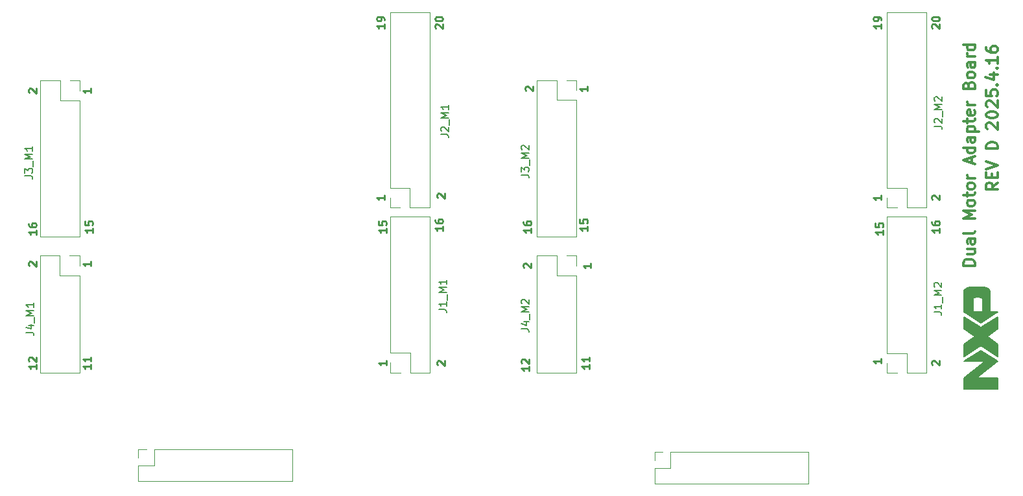
<source format=gbr>
%TF.GenerationSoftware,KiCad,Pcbnew,8.0.8*%
%TF.CreationDate,2025-10-28T14:51:58+08:00*%
%TF.ProjectId,adaptor_dual_LVPMSM,61646170-746f-4725-9f64-75616c5f4c56,rev?*%
%TF.SameCoordinates,Original*%
%TF.FileFunction,Legend,Top*%
%TF.FilePolarity,Positive*%
%FSLAX46Y46*%
G04 Gerber Fmt 4.6, Leading zero omitted, Abs format (unit mm)*
G04 Created by KiCad (PCBNEW 8.0.8) date 2025-10-28 14:51:58*
%MOMM*%
%LPD*%
G01*
G04 APERTURE LIST*
%ADD10C,0.150000*%
%ADD11C,0.250000*%
%ADD12C,0.300000*%
%ADD13C,0.120000*%
G04 APERTURE END LIST*
D10*
X203088800Y-76163400D02*
X203088800Y-74563400D01*
X207488800Y-78163400D02*
X206088800Y-77163400D01*
X205288800Y-75363400D02*
X207488800Y-73963400D01*
X203088800Y-79763400D02*
X203088800Y-78163400D01*
X203088800Y-79763400D02*
X205288800Y-78363400D01*
X204488800Y-77163400D02*
X203088800Y-76163400D01*
X203088800Y-83963400D02*
X207488800Y-83963400D01*
X203088800Y-80363400D02*
X205888800Y-80363400D01*
X203088800Y-71363400D02*
X203088800Y-73963400D01*
X207488800Y-73963400D02*
X206488800Y-73963400D01*
X207488800Y-79763400D02*
X205288800Y-78363400D01*
X206188800Y-70863400D02*
X206388800Y-71063400D01*
X206488800Y-71263400D01*
X206488800Y-71363400D01*
X203088800Y-71363400D01*
X203088800Y-71163400D01*
X203188800Y-70963400D01*
X203288800Y-70863400D01*
X203488800Y-70763400D01*
X203788800Y-70663400D01*
X205788800Y-70663400D01*
X206188800Y-70863400D01*
G36*
X206188800Y-70863400D02*
G01*
X206388800Y-71063400D01*
X206488800Y-71263400D01*
X206488800Y-71363400D01*
X203088800Y-71363400D01*
X203088800Y-71163400D01*
X203188800Y-70963400D01*
X203288800Y-70863400D01*
X203488800Y-70763400D01*
X203788800Y-70663400D01*
X205788800Y-70663400D01*
X206188800Y-70863400D01*
G37*
X207488800Y-79763400D02*
X207488800Y-78163400D01*
X204288800Y-73963400D02*
X205488800Y-73963400D01*
X205488800Y-72163401D01*
X206488800Y-72163401D01*
X206488800Y-73963400D01*
X207488800Y-73963400D01*
X205288800Y-75363400D01*
X203088800Y-73963400D01*
X203088800Y-72163401D01*
X204288800Y-72163400D01*
X204288800Y-73963400D01*
G36*
X204288800Y-73963400D02*
G01*
X205488800Y-73963400D01*
X205488800Y-72163401D01*
X206488800Y-72163401D01*
X206488800Y-73963400D01*
X207488800Y-73963400D01*
X205288800Y-75363400D01*
X203088800Y-73963400D01*
X203088800Y-72163401D01*
X204288800Y-72163400D01*
X204288800Y-73963400D01*
G37*
X207488800Y-76163400D02*
X207488800Y-74563400D01*
X206488800Y-71363400D02*
X206488800Y-73963400D01*
X204288800Y-72163400D02*
X204288800Y-73963400D01*
X203088800Y-80363400D02*
X205288800Y-78963400D01*
X203088800Y-82563400D02*
X205888800Y-80363400D01*
X207488800Y-76163400D02*
X206088800Y-77163400D01*
X207488800Y-78163400D01*
X207488800Y-79763400D01*
X205288800Y-78363400D01*
X203088800Y-79763400D01*
X203088800Y-78163400D01*
X204488800Y-77163400D01*
X203088800Y-76163400D01*
X203088800Y-74563400D01*
X205288800Y-75963400D01*
X207488800Y-74563400D01*
X207488800Y-76163400D01*
G36*
X207488800Y-76163400D02*
G01*
X206088800Y-77163400D01*
X207488800Y-78163400D01*
X207488800Y-79763400D01*
X205288800Y-78363400D01*
X203088800Y-79763400D01*
X203088800Y-78163400D01*
X204488800Y-77163400D01*
X203088800Y-76163400D01*
X203088800Y-74563400D01*
X205288800Y-75963400D01*
X207488800Y-74563400D01*
X207488800Y-76163400D01*
G37*
X207488800Y-80363400D02*
X204688800Y-82563400D01*
X207488800Y-82563400D01*
X207488800Y-83963400D01*
X203088800Y-83963400D01*
X203088800Y-82563400D01*
X205888800Y-80363400D01*
X203088800Y-80363400D01*
X205288800Y-78963400D01*
X207488800Y-80363400D01*
G36*
X207488800Y-80363400D02*
G01*
X204688800Y-82563400D01*
X207488800Y-82563400D01*
X207488800Y-83963400D01*
X203088800Y-83963400D01*
X203088800Y-82563400D01*
X205888800Y-80363400D01*
X203088800Y-80363400D01*
X205288800Y-78963400D01*
X207488800Y-80363400D01*
G37*
X204688800Y-82563400D02*
X207488800Y-80363400D01*
X207488800Y-83963400D02*
X207488800Y-82563400D01*
X207488800Y-82563400D02*
X204688800Y-82563400D01*
X203088800Y-83963400D02*
X203088800Y-82563400D01*
X205288800Y-75963400D02*
X203088800Y-74563400D01*
X204488800Y-77163400D02*
X203088800Y-78163400D01*
X206488800Y-72163401D02*
X205488800Y-72163401D01*
X205288800Y-72063400D01*
X204988800Y-71963400D01*
X204688800Y-71963400D01*
X204388800Y-72063400D01*
X204288800Y-72163400D01*
X203088800Y-72163401D01*
X203088800Y-71363400D01*
X206488800Y-71363400D01*
X206488800Y-72163401D01*
G36*
X206488800Y-72163401D02*
G01*
X205488800Y-72163401D01*
X205288800Y-72063400D01*
X204988800Y-71963400D01*
X204688800Y-71963400D01*
X204388800Y-72063400D01*
X204288800Y-72163400D01*
X203088800Y-72163401D01*
X203088800Y-71363400D01*
X206488800Y-71363400D01*
X206488800Y-72163401D01*
G37*
X205288800Y-75363400D02*
X203088800Y-73963400D01*
X205488800Y-73963400D02*
X204288800Y-73963400D01*
X205488800Y-72163400D02*
X205488800Y-73963400D01*
X206088800Y-77163400D02*
X207488800Y-76163400D01*
X207488800Y-80363400D02*
X205288800Y-78963400D01*
D11*
X80986857Y-67918713D02*
X80939238Y-67871094D01*
X80939238Y-67871094D02*
X80891619Y-67775856D01*
X80891619Y-67775856D02*
X80891619Y-67537761D01*
X80891619Y-67537761D02*
X80939238Y-67442523D01*
X80939238Y-67442523D02*
X80986857Y-67394904D01*
X80986857Y-67394904D02*
X81082095Y-67347285D01*
X81082095Y-67347285D02*
X81177333Y-67347285D01*
X81177333Y-67347285D02*
X81320190Y-67394904D01*
X81320190Y-67394904D02*
X81891619Y-67966332D01*
X81891619Y-67966332D02*
X81891619Y-67347285D01*
X192486619Y-63236476D02*
X192486619Y-63807904D01*
X192486619Y-63522190D02*
X191486619Y-63522190D01*
X191486619Y-63522190D02*
X191629476Y-63617428D01*
X191629476Y-63617428D02*
X191724714Y-63712666D01*
X191724714Y-63712666D02*
X191772333Y-63807904D01*
X191486619Y-62331714D02*
X191486619Y-62807904D01*
X191486619Y-62807904D02*
X191962809Y-62855523D01*
X191962809Y-62855523D02*
X191915190Y-62807904D01*
X191915190Y-62807904D02*
X191867571Y-62712666D01*
X191867571Y-62712666D02*
X191867571Y-62474571D01*
X191867571Y-62474571D02*
X191915190Y-62379333D01*
X191915190Y-62379333D02*
X191962809Y-62331714D01*
X191962809Y-62331714D02*
X192058047Y-62284095D01*
X192058047Y-62284095D02*
X192296142Y-62284095D01*
X192296142Y-62284095D02*
X192391380Y-62331714D01*
X192391380Y-62331714D02*
X192439000Y-62379333D01*
X192439000Y-62379333D02*
X192486619Y-62474571D01*
X192486619Y-62474571D02*
X192486619Y-62712666D01*
X192486619Y-62712666D02*
X192439000Y-62807904D01*
X192439000Y-62807904D02*
X192391380Y-62855523D01*
X81891619Y-63251476D02*
X81891619Y-63822904D01*
X81891619Y-63537190D02*
X80891619Y-63537190D01*
X80891619Y-63537190D02*
X81034476Y-63632428D01*
X81034476Y-63632428D02*
X81129714Y-63727666D01*
X81129714Y-63727666D02*
X81177333Y-63822904D01*
X80891619Y-62394333D02*
X80891619Y-62584809D01*
X80891619Y-62584809D02*
X80939238Y-62680047D01*
X80939238Y-62680047D02*
X80986857Y-62727666D01*
X80986857Y-62727666D02*
X81129714Y-62822904D01*
X81129714Y-62822904D02*
X81320190Y-62870523D01*
X81320190Y-62870523D02*
X81701142Y-62870523D01*
X81701142Y-62870523D02*
X81796380Y-62822904D01*
X81796380Y-62822904D02*
X81844000Y-62775285D01*
X81844000Y-62775285D02*
X81891619Y-62680047D01*
X81891619Y-62680047D02*
X81891619Y-62489571D01*
X81891619Y-62489571D02*
X81844000Y-62394333D01*
X81844000Y-62394333D02*
X81796380Y-62346714D01*
X81796380Y-62346714D02*
X81701142Y-62299095D01*
X81701142Y-62299095D02*
X81463047Y-62299095D01*
X81463047Y-62299095D02*
X81367809Y-62346714D01*
X81367809Y-62346714D02*
X81320190Y-62394333D01*
X81320190Y-62394333D02*
X81272571Y-62489571D01*
X81272571Y-62489571D02*
X81272571Y-62680047D01*
X81272571Y-62680047D02*
X81320190Y-62775285D01*
X81320190Y-62775285D02*
X81367809Y-62822904D01*
X81367809Y-62822904D02*
X81463047Y-62870523D01*
X146512619Y-62982476D02*
X146512619Y-63553904D01*
X146512619Y-63268190D02*
X145512619Y-63268190D01*
X145512619Y-63268190D02*
X145655476Y-63363428D01*
X145655476Y-63363428D02*
X145750714Y-63458666D01*
X145750714Y-63458666D02*
X145798333Y-63553904D01*
X145512619Y-62125333D02*
X145512619Y-62315809D01*
X145512619Y-62315809D02*
X145560238Y-62411047D01*
X145560238Y-62411047D02*
X145607857Y-62458666D01*
X145607857Y-62458666D02*
X145750714Y-62553904D01*
X145750714Y-62553904D02*
X145941190Y-62601523D01*
X145941190Y-62601523D02*
X146322142Y-62601523D01*
X146322142Y-62601523D02*
X146417380Y-62553904D01*
X146417380Y-62553904D02*
X146465000Y-62506285D01*
X146465000Y-62506285D02*
X146512619Y-62411047D01*
X146512619Y-62411047D02*
X146512619Y-62220571D01*
X146512619Y-62220571D02*
X146465000Y-62125333D01*
X146465000Y-62125333D02*
X146417380Y-62077714D01*
X146417380Y-62077714D02*
X146322142Y-62030095D01*
X146322142Y-62030095D02*
X146084047Y-62030095D01*
X146084047Y-62030095D02*
X145988809Y-62077714D01*
X145988809Y-62077714D02*
X145941190Y-62125333D01*
X145941190Y-62125333D02*
X145893571Y-62220571D01*
X145893571Y-62220571D02*
X145893571Y-62411047D01*
X145893571Y-62411047D02*
X145941190Y-62506285D01*
X145941190Y-62506285D02*
X145988809Y-62553904D01*
X145988809Y-62553904D02*
X146084047Y-62601523D01*
X154320619Y-67586285D02*
X154320619Y-68157713D01*
X154320619Y-67871999D02*
X153320619Y-67871999D01*
X153320619Y-67871999D02*
X153463476Y-67967237D01*
X153463476Y-67967237D02*
X153558714Y-68062475D01*
X153558714Y-68062475D02*
X153606333Y-68157713D01*
X89003619Y-80777476D02*
X89003619Y-81348904D01*
X89003619Y-81063190D02*
X88003619Y-81063190D01*
X88003619Y-81063190D02*
X88146476Y-81158428D01*
X88146476Y-81158428D02*
X88241714Y-81253666D01*
X88241714Y-81253666D02*
X88289333Y-81348904D01*
X89003619Y-79825095D02*
X89003619Y-80396523D01*
X89003619Y-80110809D02*
X88003619Y-80110809D01*
X88003619Y-80110809D02*
X88146476Y-80206047D01*
X88146476Y-80206047D02*
X88241714Y-80301285D01*
X88241714Y-80301285D02*
X88289333Y-80396523D01*
X199852619Y-62982476D02*
X199852619Y-63553904D01*
X199852619Y-63268190D02*
X198852619Y-63268190D01*
X198852619Y-63268190D02*
X198995476Y-63363428D01*
X198995476Y-63363428D02*
X199090714Y-63458666D01*
X199090714Y-63458666D02*
X199138333Y-63553904D01*
X198852619Y-62125333D02*
X198852619Y-62315809D01*
X198852619Y-62315809D02*
X198900238Y-62411047D01*
X198900238Y-62411047D02*
X198947857Y-62458666D01*
X198947857Y-62458666D02*
X199090714Y-62553904D01*
X199090714Y-62553904D02*
X199281190Y-62601523D01*
X199281190Y-62601523D02*
X199662142Y-62601523D01*
X199662142Y-62601523D02*
X199757380Y-62553904D01*
X199757380Y-62553904D02*
X199805000Y-62506285D01*
X199805000Y-62506285D02*
X199852619Y-62411047D01*
X199852619Y-62411047D02*
X199852619Y-62220571D01*
X199852619Y-62220571D02*
X199805000Y-62125333D01*
X199805000Y-62125333D02*
X199757380Y-62077714D01*
X199757380Y-62077714D02*
X199662142Y-62030095D01*
X199662142Y-62030095D02*
X199424047Y-62030095D01*
X199424047Y-62030095D02*
X199328809Y-62077714D01*
X199328809Y-62077714D02*
X199281190Y-62125333D01*
X199281190Y-62125333D02*
X199233571Y-62220571D01*
X199233571Y-62220571D02*
X199233571Y-62411047D01*
X199233571Y-62411047D02*
X199281190Y-62506285D01*
X199281190Y-62506285D02*
X199328809Y-62553904D01*
X199328809Y-62553904D02*
X199424047Y-62601523D01*
X134326857Y-80872713D02*
X134279238Y-80825094D01*
X134279238Y-80825094D02*
X134231619Y-80729856D01*
X134231619Y-80729856D02*
X134231619Y-80491761D01*
X134231619Y-80491761D02*
X134279238Y-80396523D01*
X134279238Y-80396523D02*
X134326857Y-80348904D01*
X134326857Y-80348904D02*
X134422095Y-80301285D01*
X134422095Y-80301285D02*
X134517333Y-80301285D01*
X134517333Y-80301285D02*
X134660190Y-80348904D01*
X134660190Y-80348904D02*
X135231619Y-80920332D01*
X135231619Y-80920332D02*
X135231619Y-80301285D01*
X192232619Y-58696285D02*
X192232619Y-59267713D01*
X192232619Y-58981999D02*
X191232619Y-58981999D01*
X191232619Y-58981999D02*
X191375476Y-59077237D01*
X191375476Y-59077237D02*
X191470714Y-59172475D01*
X191470714Y-59172475D02*
X191518333Y-59267713D01*
X89003619Y-67347285D02*
X89003619Y-67918713D01*
X89003619Y-67632999D02*
X88003619Y-67632999D01*
X88003619Y-67632999D02*
X88146476Y-67728237D01*
X88146476Y-67728237D02*
X88241714Y-67823475D01*
X88241714Y-67823475D02*
X88289333Y-67918713D01*
X81891619Y-80777476D02*
X81891619Y-81348904D01*
X81891619Y-81063190D02*
X80891619Y-81063190D01*
X80891619Y-81063190D02*
X81034476Y-81158428D01*
X81034476Y-81158428D02*
X81129714Y-81253666D01*
X81129714Y-81253666D02*
X81177333Y-81348904D01*
X80986857Y-80396523D02*
X80939238Y-80348904D01*
X80939238Y-80348904D02*
X80891619Y-80253666D01*
X80891619Y-80253666D02*
X80891619Y-80015571D01*
X80891619Y-80015571D02*
X80939238Y-79920333D01*
X80939238Y-79920333D02*
X80986857Y-79872714D01*
X80986857Y-79872714D02*
X81082095Y-79825095D01*
X81082095Y-79825095D02*
X81177333Y-79825095D01*
X81177333Y-79825095D02*
X81320190Y-79872714D01*
X81320190Y-79872714D02*
X81891619Y-80444142D01*
X81891619Y-80444142D02*
X81891619Y-79825095D01*
X153878619Y-44472285D02*
X153878619Y-45043713D01*
X153878619Y-44757999D02*
X152878619Y-44757999D01*
X152878619Y-44757999D02*
X153021476Y-44853237D01*
X153021476Y-44853237D02*
X153116714Y-44948475D01*
X153116714Y-44948475D02*
X153164333Y-45043713D01*
X153878619Y-62728476D02*
X153878619Y-63299904D01*
X153878619Y-63014190D02*
X152878619Y-63014190D01*
X152878619Y-63014190D02*
X153021476Y-63109428D01*
X153021476Y-63109428D02*
X153116714Y-63204666D01*
X153116714Y-63204666D02*
X153164333Y-63299904D01*
X152878619Y-61823714D02*
X152878619Y-62299904D01*
X152878619Y-62299904D02*
X153354809Y-62347523D01*
X153354809Y-62347523D02*
X153307190Y-62299904D01*
X153307190Y-62299904D02*
X153259571Y-62204666D01*
X153259571Y-62204666D02*
X153259571Y-61966571D01*
X153259571Y-61966571D02*
X153307190Y-61871333D01*
X153307190Y-61871333D02*
X153354809Y-61823714D01*
X153354809Y-61823714D02*
X153450047Y-61776095D01*
X153450047Y-61776095D02*
X153688142Y-61776095D01*
X153688142Y-61776095D02*
X153783380Y-61823714D01*
X153783380Y-61823714D02*
X153831000Y-61871333D01*
X153831000Y-61871333D02*
X153878619Y-61966571D01*
X153878619Y-61966571D02*
X153878619Y-62204666D01*
X153878619Y-62204666D02*
X153831000Y-62299904D01*
X153831000Y-62299904D02*
X153783380Y-62347523D01*
X198947857Y-80857713D02*
X198900238Y-80810094D01*
X198900238Y-80810094D02*
X198852619Y-80714856D01*
X198852619Y-80714856D02*
X198852619Y-80476761D01*
X198852619Y-80476761D02*
X198900238Y-80381523D01*
X198900238Y-80381523D02*
X198947857Y-80333904D01*
X198947857Y-80333904D02*
X199043095Y-80286285D01*
X199043095Y-80286285D02*
X199138333Y-80286285D01*
X199138333Y-80286285D02*
X199281190Y-80333904D01*
X199281190Y-80333904D02*
X199852619Y-80905332D01*
X199852619Y-80905332D02*
X199852619Y-80286285D01*
D12*
X207467128Y-57051746D02*
X206752842Y-57551746D01*
X207467128Y-57908889D02*
X205967128Y-57908889D01*
X205967128Y-57908889D02*
X205967128Y-57337460D01*
X205967128Y-57337460D02*
X206038557Y-57194603D01*
X206038557Y-57194603D02*
X206109985Y-57123174D01*
X206109985Y-57123174D02*
X206252842Y-57051746D01*
X206252842Y-57051746D02*
X206467128Y-57051746D01*
X206467128Y-57051746D02*
X206609985Y-57123174D01*
X206609985Y-57123174D02*
X206681414Y-57194603D01*
X206681414Y-57194603D02*
X206752842Y-57337460D01*
X206752842Y-57337460D02*
X206752842Y-57908889D01*
X206681414Y-56408889D02*
X206681414Y-55908889D01*
X207467128Y-55694603D02*
X207467128Y-56408889D01*
X207467128Y-56408889D02*
X205967128Y-56408889D01*
X205967128Y-56408889D02*
X205967128Y-55694603D01*
X205967128Y-55266031D02*
X207467128Y-54766031D01*
X207467128Y-54766031D02*
X205967128Y-54266031D01*
X207467128Y-52623175D02*
X205967128Y-52623175D01*
X205967128Y-52623175D02*
X205967128Y-52266032D01*
X205967128Y-52266032D02*
X206038557Y-52051746D01*
X206038557Y-52051746D02*
X206181414Y-51908889D01*
X206181414Y-51908889D02*
X206324271Y-51837460D01*
X206324271Y-51837460D02*
X206609985Y-51766032D01*
X206609985Y-51766032D02*
X206824271Y-51766032D01*
X206824271Y-51766032D02*
X207109985Y-51837460D01*
X207109985Y-51837460D02*
X207252842Y-51908889D01*
X207252842Y-51908889D02*
X207395700Y-52051746D01*
X207395700Y-52051746D02*
X207467128Y-52266032D01*
X207467128Y-52266032D02*
X207467128Y-52623175D01*
X206109985Y-50051746D02*
X206038557Y-49980318D01*
X206038557Y-49980318D02*
X205967128Y-49837461D01*
X205967128Y-49837461D02*
X205967128Y-49480318D01*
X205967128Y-49480318D02*
X206038557Y-49337461D01*
X206038557Y-49337461D02*
X206109985Y-49266032D01*
X206109985Y-49266032D02*
X206252842Y-49194603D01*
X206252842Y-49194603D02*
X206395700Y-49194603D01*
X206395700Y-49194603D02*
X206609985Y-49266032D01*
X206609985Y-49266032D02*
X207467128Y-50123175D01*
X207467128Y-50123175D02*
X207467128Y-49194603D01*
X205967128Y-48266032D02*
X205967128Y-48123175D01*
X205967128Y-48123175D02*
X206038557Y-47980318D01*
X206038557Y-47980318D02*
X206109985Y-47908890D01*
X206109985Y-47908890D02*
X206252842Y-47837461D01*
X206252842Y-47837461D02*
X206538557Y-47766032D01*
X206538557Y-47766032D02*
X206895700Y-47766032D01*
X206895700Y-47766032D02*
X207181414Y-47837461D01*
X207181414Y-47837461D02*
X207324271Y-47908890D01*
X207324271Y-47908890D02*
X207395700Y-47980318D01*
X207395700Y-47980318D02*
X207467128Y-48123175D01*
X207467128Y-48123175D02*
X207467128Y-48266032D01*
X207467128Y-48266032D02*
X207395700Y-48408890D01*
X207395700Y-48408890D02*
X207324271Y-48480318D01*
X207324271Y-48480318D02*
X207181414Y-48551747D01*
X207181414Y-48551747D02*
X206895700Y-48623175D01*
X206895700Y-48623175D02*
X206538557Y-48623175D01*
X206538557Y-48623175D02*
X206252842Y-48551747D01*
X206252842Y-48551747D02*
X206109985Y-48480318D01*
X206109985Y-48480318D02*
X206038557Y-48408890D01*
X206038557Y-48408890D02*
X205967128Y-48266032D01*
X206109985Y-47194604D02*
X206038557Y-47123176D01*
X206038557Y-47123176D02*
X205967128Y-46980319D01*
X205967128Y-46980319D02*
X205967128Y-46623176D01*
X205967128Y-46623176D02*
X206038557Y-46480319D01*
X206038557Y-46480319D02*
X206109985Y-46408890D01*
X206109985Y-46408890D02*
X206252842Y-46337461D01*
X206252842Y-46337461D02*
X206395700Y-46337461D01*
X206395700Y-46337461D02*
X206609985Y-46408890D01*
X206609985Y-46408890D02*
X207467128Y-47266033D01*
X207467128Y-47266033D02*
X207467128Y-46337461D01*
X205967128Y-44980319D02*
X205967128Y-45694605D01*
X205967128Y-45694605D02*
X206681414Y-45766033D01*
X206681414Y-45766033D02*
X206609985Y-45694605D01*
X206609985Y-45694605D02*
X206538557Y-45551748D01*
X206538557Y-45551748D02*
X206538557Y-45194605D01*
X206538557Y-45194605D02*
X206609985Y-45051748D01*
X206609985Y-45051748D02*
X206681414Y-44980319D01*
X206681414Y-44980319D02*
X206824271Y-44908890D01*
X206824271Y-44908890D02*
X207181414Y-44908890D01*
X207181414Y-44908890D02*
X207324271Y-44980319D01*
X207324271Y-44980319D02*
X207395700Y-45051748D01*
X207395700Y-45051748D02*
X207467128Y-45194605D01*
X207467128Y-45194605D02*
X207467128Y-45551748D01*
X207467128Y-45551748D02*
X207395700Y-45694605D01*
X207395700Y-45694605D02*
X207324271Y-45766033D01*
X207324271Y-44266034D02*
X207395700Y-44194605D01*
X207395700Y-44194605D02*
X207467128Y-44266034D01*
X207467128Y-44266034D02*
X207395700Y-44337462D01*
X207395700Y-44337462D02*
X207324271Y-44266034D01*
X207324271Y-44266034D02*
X207467128Y-44266034D01*
X206467128Y-42908891D02*
X207467128Y-42908891D01*
X205895700Y-43266033D02*
X206967128Y-43623176D01*
X206967128Y-43623176D02*
X206967128Y-42694605D01*
X207324271Y-42123177D02*
X207395700Y-42051748D01*
X207395700Y-42051748D02*
X207467128Y-42123177D01*
X207467128Y-42123177D02*
X207395700Y-42194605D01*
X207395700Y-42194605D02*
X207324271Y-42123177D01*
X207324271Y-42123177D02*
X207467128Y-42123177D01*
X207467128Y-40623176D02*
X207467128Y-41480319D01*
X207467128Y-41051748D02*
X205967128Y-41051748D01*
X205967128Y-41051748D02*
X206181414Y-41194605D01*
X206181414Y-41194605D02*
X206324271Y-41337462D01*
X206324271Y-41337462D02*
X206395700Y-41480319D01*
X205967128Y-39337463D02*
X205967128Y-39623177D01*
X205967128Y-39623177D02*
X206038557Y-39766034D01*
X206038557Y-39766034D02*
X206109985Y-39837463D01*
X206109985Y-39837463D02*
X206324271Y-39980320D01*
X206324271Y-39980320D02*
X206609985Y-40051748D01*
X206609985Y-40051748D02*
X207181414Y-40051748D01*
X207181414Y-40051748D02*
X207324271Y-39980320D01*
X207324271Y-39980320D02*
X207395700Y-39908891D01*
X207395700Y-39908891D02*
X207467128Y-39766034D01*
X207467128Y-39766034D02*
X207467128Y-39480320D01*
X207467128Y-39480320D02*
X207395700Y-39337463D01*
X207395700Y-39337463D02*
X207324271Y-39266034D01*
X207324271Y-39266034D02*
X207181414Y-39194605D01*
X207181414Y-39194605D02*
X206824271Y-39194605D01*
X206824271Y-39194605D02*
X206681414Y-39266034D01*
X206681414Y-39266034D02*
X206609985Y-39337463D01*
X206609985Y-39337463D02*
X206538557Y-39480320D01*
X206538557Y-39480320D02*
X206538557Y-39766034D01*
X206538557Y-39766034D02*
X206609985Y-39908891D01*
X206609985Y-39908891D02*
X206681414Y-39980320D01*
X206681414Y-39980320D02*
X206824271Y-40051748D01*
X204467128Y-67891971D02*
X202967128Y-67891971D01*
X202967128Y-67891971D02*
X202967128Y-67534828D01*
X202967128Y-67534828D02*
X203038557Y-67320542D01*
X203038557Y-67320542D02*
X203181414Y-67177685D01*
X203181414Y-67177685D02*
X203324271Y-67106256D01*
X203324271Y-67106256D02*
X203609985Y-67034828D01*
X203609985Y-67034828D02*
X203824271Y-67034828D01*
X203824271Y-67034828D02*
X204109985Y-67106256D01*
X204109985Y-67106256D02*
X204252842Y-67177685D01*
X204252842Y-67177685D02*
X204395700Y-67320542D01*
X204395700Y-67320542D02*
X204467128Y-67534828D01*
X204467128Y-67534828D02*
X204467128Y-67891971D01*
X203467128Y-65749114D02*
X204467128Y-65749114D01*
X203467128Y-66391971D02*
X204252842Y-66391971D01*
X204252842Y-66391971D02*
X204395700Y-66320542D01*
X204395700Y-66320542D02*
X204467128Y-66177685D01*
X204467128Y-66177685D02*
X204467128Y-65963399D01*
X204467128Y-65963399D02*
X204395700Y-65820542D01*
X204395700Y-65820542D02*
X204324271Y-65749114D01*
X204467128Y-64391971D02*
X203681414Y-64391971D01*
X203681414Y-64391971D02*
X203538557Y-64463399D01*
X203538557Y-64463399D02*
X203467128Y-64606256D01*
X203467128Y-64606256D02*
X203467128Y-64891971D01*
X203467128Y-64891971D02*
X203538557Y-65034828D01*
X204395700Y-64391971D02*
X204467128Y-64534828D01*
X204467128Y-64534828D02*
X204467128Y-64891971D01*
X204467128Y-64891971D02*
X204395700Y-65034828D01*
X204395700Y-65034828D02*
X204252842Y-65106256D01*
X204252842Y-65106256D02*
X204109985Y-65106256D01*
X204109985Y-65106256D02*
X203967128Y-65034828D01*
X203967128Y-65034828D02*
X203895700Y-64891971D01*
X203895700Y-64891971D02*
X203895700Y-64534828D01*
X203895700Y-64534828D02*
X203824271Y-64391971D01*
X204467128Y-63463399D02*
X204395700Y-63606256D01*
X204395700Y-63606256D02*
X204252842Y-63677685D01*
X204252842Y-63677685D02*
X202967128Y-63677685D01*
X204467128Y-61749114D02*
X202967128Y-61749114D01*
X202967128Y-61749114D02*
X204038557Y-61249114D01*
X204038557Y-61249114D02*
X202967128Y-60749114D01*
X202967128Y-60749114D02*
X204467128Y-60749114D01*
X204467128Y-59820542D02*
X204395700Y-59963399D01*
X204395700Y-59963399D02*
X204324271Y-60034828D01*
X204324271Y-60034828D02*
X204181414Y-60106256D01*
X204181414Y-60106256D02*
X203752842Y-60106256D01*
X203752842Y-60106256D02*
X203609985Y-60034828D01*
X203609985Y-60034828D02*
X203538557Y-59963399D01*
X203538557Y-59963399D02*
X203467128Y-59820542D01*
X203467128Y-59820542D02*
X203467128Y-59606256D01*
X203467128Y-59606256D02*
X203538557Y-59463399D01*
X203538557Y-59463399D02*
X203609985Y-59391971D01*
X203609985Y-59391971D02*
X203752842Y-59320542D01*
X203752842Y-59320542D02*
X204181414Y-59320542D01*
X204181414Y-59320542D02*
X204324271Y-59391971D01*
X204324271Y-59391971D02*
X204395700Y-59463399D01*
X204395700Y-59463399D02*
X204467128Y-59606256D01*
X204467128Y-59606256D02*
X204467128Y-59820542D01*
X203467128Y-58891970D02*
X203467128Y-58320542D01*
X202967128Y-58677685D02*
X204252842Y-58677685D01*
X204252842Y-58677685D02*
X204395700Y-58606256D01*
X204395700Y-58606256D02*
X204467128Y-58463399D01*
X204467128Y-58463399D02*
X204467128Y-58320542D01*
X204467128Y-57606256D02*
X204395700Y-57749113D01*
X204395700Y-57749113D02*
X204324271Y-57820542D01*
X204324271Y-57820542D02*
X204181414Y-57891970D01*
X204181414Y-57891970D02*
X203752842Y-57891970D01*
X203752842Y-57891970D02*
X203609985Y-57820542D01*
X203609985Y-57820542D02*
X203538557Y-57749113D01*
X203538557Y-57749113D02*
X203467128Y-57606256D01*
X203467128Y-57606256D02*
X203467128Y-57391970D01*
X203467128Y-57391970D02*
X203538557Y-57249113D01*
X203538557Y-57249113D02*
X203609985Y-57177685D01*
X203609985Y-57177685D02*
X203752842Y-57106256D01*
X203752842Y-57106256D02*
X204181414Y-57106256D01*
X204181414Y-57106256D02*
X204324271Y-57177685D01*
X204324271Y-57177685D02*
X204395700Y-57249113D01*
X204395700Y-57249113D02*
X204467128Y-57391970D01*
X204467128Y-57391970D02*
X204467128Y-57606256D01*
X204467128Y-56463399D02*
X203467128Y-56463399D01*
X203752842Y-56463399D02*
X203609985Y-56391970D01*
X203609985Y-56391970D02*
X203538557Y-56320542D01*
X203538557Y-56320542D02*
X203467128Y-56177684D01*
X203467128Y-56177684D02*
X203467128Y-56034827D01*
X204038557Y-54463399D02*
X204038557Y-53749114D01*
X204467128Y-54606256D02*
X202967128Y-54106256D01*
X202967128Y-54106256D02*
X204467128Y-53606256D01*
X204467128Y-52463400D02*
X202967128Y-52463400D01*
X204395700Y-52463400D02*
X204467128Y-52606257D01*
X204467128Y-52606257D02*
X204467128Y-52891971D01*
X204467128Y-52891971D02*
X204395700Y-53034828D01*
X204395700Y-53034828D02*
X204324271Y-53106257D01*
X204324271Y-53106257D02*
X204181414Y-53177685D01*
X204181414Y-53177685D02*
X203752842Y-53177685D01*
X203752842Y-53177685D02*
X203609985Y-53106257D01*
X203609985Y-53106257D02*
X203538557Y-53034828D01*
X203538557Y-53034828D02*
X203467128Y-52891971D01*
X203467128Y-52891971D02*
X203467128Y-52606257D01*
X203467128Y-52606257D02*
X203538557Y-52463400D01*
X204467128Y-51106257D02*
X203681414Y-51106257D01*
X203681414Y-51106257D02*
X203538557Y-51177685D01*
X203538557Y-51177685D02*
X203467128Y-51320542D01*
X203467128Y-51320542D02*
X203467128Y-51606257D01*
X203467128Y-51606257D02*
X203538557Y-51749114D01*
X204395700Y-51106257D02*
X204467128Y-51249114D01*
X204467128Y-51249114D02*
X204467128Y-51606257D01*
X204467128Y-51606257D02*
X204395700Y-51749114D01*
X204395700Y-51749114D02*
X204252842Y-51820542D01*
X204252842Y-51820542D02*
X204109985Y-51820542D01*
X204109985Y-51820542D02*
X203967128Y-51749114D01*
X203967128Y-51749114D02*
X203895700Y-51606257D01*
X203895700Y-51606257D02*
X203895700Y-51249114D01*
X203895700Y-51249114D02*
X203824271Y-51106257D01*
X203467128Y-50391971D02*
X204967128Y-50391971D01*
X203538557Y-50391971D02*
X203467128Y-50249114D01*
X203467128Y-50249114D02*
X203467128Y-49963399D01*
X203467128Y-49963399D02*
X203538557Y-49820542D01*
X203538557Y-49820542D02*
X203609985Y-49749114D01*
X203609985Y-49749114D02*
X203752842Y-49677685D01*
X203752842Y-49677685D02*
X204181414Y-49677685D01*
X204181414Y-49677685D02*
X204324271Y-49749114D01*
X204324271Y-49749114D02*
X204395700Y-49820542D01*
X204395700Y-49820542D02*
X204467128Y-49963399D01*
X204467128Y-49963399D02*
X204467128Y-50249114D01*
X204467128Y-50249114D02*
X204395700Y-50391971D01*
X203467128Y-49249113D02*
X203467128Y-48677685D01*
X202967128Y-49034828D02*
X204252842Y-49034828D01*
X204252842Y-49034828D02*
X204395700Y-48963399D01*
X204395700Y-48963399D02*
X204467128Y-48820542D01*
X204467128Y-48820542D02*
X204467128Y-48677685D01*
X204395700Y-47606256D02*
X204467128Y-47749113D01*
X204467128Y-47749113D02*
X204467128Y-48034828D01*
X204467128Y-48034828D02*
X204395700Y-48177685D01*
X204395700Y-48177685D02*
X204252842Y-48249113D01*
X204252842Y-48249113D02*
X203681414Y-48249113D01*
X203681414Y-48249113D02*
X203538557Y-48177685D01*
X203538557Y-48177685D02*
X203467128Y-48034828D01*
X203467128Y-48034828D02*
X203467128Y-47749113D01*
X203467128Y-47749113D02*
X203538557Y-47606256D01*
X203538557Y-47606256D02*
X203681414Y-47534828D01*
X203681414Y-47534828D02*
X203824271Y-47534828D01*
X203824271Y-47534828D02*
X203967128Y-48249113D01*
X204467128Y-46891971D02*
X203467128Y-46891971D01*
X203752842Y-46891971D02*
X203609985Y-46820542D01*
X203609985Y-46820542D02*
X203538557Y-46749114D01*
X203538557Y-46749114D02*
X203467128Y-46606256D01*
X203467128Y-46606256D02*
X203467128Y-46463399D01*
X203681414Y-44320543D02*
X203752842Y-44106257D01*
X203752842Y-44106257D02*
X203824271Y-44034828D01*
X203824271Y-44034828D02*
X203967128Y-43963400D01*
X203967128Y-43963400D02*
X204181414Y-43963400D01*
X204181414Y-43963400D02*
X204324271Y-44034828D01*
X204324271Y-44034828D02*
X204395700Y-44106257D01*
X204395700Y-44106257D02*
X204467128Y-44249114D01*
X204467128Y-44249114D02*
X204467128Y-44820543D01*
X204467128Y-44820543D02*
X202967128Y-44820543D01*
X202967128Y-44820543D02*
X202967128Y-44320543D01*
X202967128Y-44320543D02*
X203038557Y-44177686D01*
X203038557Y-44177686D02*
X203109985Y-44106257D01*
X203109985Y-44106257D02*
X203252842Y-44034828D01*
X203252842Y-44034828D02*
X203395700Y-44034828D01*
X203395700Y-44034828D02*
X203538557Y-44106257D01*
X203538557Y-44106257D02*
X203609985Y-44177686D01*
X203609985Y-44177686D02*
X203681414Y-44320543D01*
X203681414Y-44320543D02*
X203681414Y-44820543D01*
X204467128Y-43106257D02*
X204395700Y-43249114D01*
X204395700Y-43249114D02*
X204324271Y-43320543D01*
X204324271Y-43320543D02*
X204181414Y-43391971D01*
X204181414Y-43391971D02*
X203752842Y-43391971D01*
X203752842Y-43391971D02*
X203609985Y-43320543D01*
X203609985Y-43320543D02*
X203538557Y-43249114D01*
X203538557Y-43249114D02*
X203467128Y-43106257D01*
X203467128Y-43106257D02*
X203467128Y-42891971D01*
X203467128Y-42891971D02*
X203538557Y-42749114D01*
X203538557Y-42749114D02*
X203609985Y-42677686D01*
X203609985Y-42677686D02*
X203752842Y-42606257D01*
X203752842Y-42606257D02*
X204181414Y-42606257D01*
X204181414Y-42606257D02*
X204324271Y-42677686D01*
X204324271Y-42677686D02*
X204395700Y-42749114D01*
X204395700Y-42749114D02*
X204467128Y-42891971D01*
X204467128Y-42891971D02*
X204467128Y-43106257D01*
X204467128Y-41320543D02*
X203681414Y-41320543D01*
X203681414Y-41320543D02*
X203538557Y-41391971D01*
X203538557Y-41391971D02*
X203467128Y-41534828D01*
X203467128Y-41534828D02*
X203467128Y-41820543D01*
X203467128Y-41820543D02*
X203538557Y-41963400D01*
X204395700Y-41320543D02*
X204467128Y-41463400D01*
X204467128Y-41463400D02*
X204467128Y-41820543D01*
X204467128Y-41820543D02*
X204395700Y-41963400D01*
X204395700Y-41963400D02*
X204252842Y-42034828D01*
X204252842Y-42034828D02*
X204109985Y-42034828D01*
X204109985Y-42034828D02*
X203967128Y-41963400D01*
X203967128Y-41963400D02*
X203895700Y-41820543D01*
X203895700Y-41820543D02*
X203895700Y-41463400D01*
X203895700Y-41463400D02*
X203824271Y-41320543D01*
X204467128Y-40606257D02*
X203467128Y-40606257D01*
X203752842Y-40606257D02*
X203609985Y-40534828D01*
X203609985Y-40534828D02*
X203538557Y-40463400D01*
X203538557Y-40463400D02*
X203467128Y-40320542D01*
X203467128Y-40320542D02*
X203467128Y-40177685D01*
X204467128Y-39034829D02*
X202967128Y-39034829D01*
X204395700Y-39034829D02*
X204467128Y-39177686D01*
X204467128Y-39177686D02*
X204467128Y-39463400D01*
X204467128Y-39463400D02*
X204395700Y-39606257D01*
X204395700Y-39606257D02*
X204324271Y-39677686D01*
X204324271Y-39677686D02*
X204181414Y-39749114D01*
X204181414Y-39749114D02*
X203752842Y-39749114D01*
X203752842Y-39749114D02*
X203609985Y-39677686D01*
X203609985Y-39677686D02*
X203538557Y-39606257D01*
X203538557Y-39606257D02*
X203467128Y-39463400D01*
X203467128Y-39463400D02*
X203467128Y-39177686D01*
X203467128Y-39177686D02*
X203538557Y-39034829D01*
D11*
X127611619Y-80301285D02*
X127611619Y-80872713D01*
X127611619Y-80586999D02*
X126611619Y-80586999D01*
X126611619Y-80586999D02*
X126754476Y-80682237D01*
X126754476Y-80682237D02*
X126849714Y-80777475D01*
X126849714Y-80777475D02*
X126897333Y-80872713D01*
X80986857Y-45312713D02*
X80939238Y-45265094D01*
X80939238Y-45265094D02*
X80891619Y-45169856D01*
X80891619Y-45169856D02*
X80891619Y-44931761D01*
X80891619Y-44931761D02*
X80939238Y-44836523D01*
X80939238Y-44836523D02*
X80986857Y-44788904D01*
X80986857Y-44788904D02*
X81082095Y-44741285D01*
X81082095Y-44741285D02*
X81177333Y-44741285D01*
X81177333Y-44741285D02*
X81320190Y-44788904D01*
X81320190Y-44788904D02*
X81891619Y-45360332D01*
X81891619Y-45360332D02*
X81891619Y-44741285D01*
X198947857Y-59267713D02*
X198900238Y-59220094D01*
X198900238Y-59220094D02*
X198852619Y-59124856D01*
X198852619Y-59124856D02*
X198852619Y-58886761D01*
X198852619Y-58886761D02*
X198900238Y-58791523D01*
X198900238Y-58791523D02*
X198947857Y-58743904D01*
X198947857Y-58743904D02*
X199043095Y-58696285D01*
X199043095Y-58696285D02*
X199138333Y-58696285D01*
X199138333Y-58696285D02*
X199281190Y-58743904D01*
X199281190Y-58743904D02*
X199852619Y-59315332D01*
X199852619Y-59315332D02*
X199852619Y-58696285D01*
X192232619Y-36312476D02*
X192232619Y-36883904D01*
X192232619Y-36598190D02*
X191232619Y-36598190D01*
X191232619Y-36598190D02*
X191375476Y-36693428D01*
X191375476Y-36693428D02*
X191470714Y-36788666D01*
X191470714Y-36788666D02*
X191518333Y-36883904D01*
X192232619Y-35836285D02*
X192232619Y-35645809D01*
X192232619Y-35645809D02*
X192185000Y-35550571D01*
X192185000Y-35550571D02*
X192137380Y-35502952D01*
X192137380Y-35502952D02*
X191994523Y-35407714D01*
X191994523Y-35407714D02*
X191804047Y-35360095D01*
X191804047Y-35360095D02*
X191423095Y-35360095D01*
X191423095Y-35360095D02*
X191327857Y-35407714D01*
X191327857Y-35407714D02*
X191280238Y-35455333D01*
X191280238Y-35455333D02*
X191232619Y-35550571D01*
X191232619Y-35550571D02*
X191232619Y-35741047D01*
X191232619Y-35741047D02*
X191280238Y-35836285D01*
X191280238Y-35836285D02*
X191327857Y-35883904D01*
X191327857Y-35883904D02*
X191423095Y-35931523D01*
X191423095Y-35931523D02*
X191661190Y-35931523D01*
X191661190Y-35931523D02*
X191756428Y-35883904D01*
X191756428Y-35883904D02*
X191804047Y-35836285D01*
X191804047Y-35836285D02*
X191851666Y-35741047D01*
X191851666Y-35741047D02*
X191851666Y-35550571D01*
X191851666Y-35550571D02*
X191804047Y-35455333D01*
X191804047Y-35455333D02*
X191756428Y-35407714D01*
X191756428Y-35407714D02*
X191661190Y-35360095D01*
X134072857Y-36898904D02*
X134025238Y-36851285D01*
X134025238Y-36851285D02*
X133977619Y-36756047D01*
X133977619Y-36756047D02*
X133977619Y-36517952D01*
X133977619Y-36517952D02*
X134025238Y-36422714D01*
X134025238Y-36422714D02*
X134072857Y-36375095D01*
X134072857Y-36375095D02*
X134168095Y-36327476D01*
X134168095Y-36327476D02*
X134263333Y-36327476D01*
X134263333Y-36327476D02*
X134406190Y-36375095D01*
X134406190Y-36375095D02*
X134977619Y-36946523D01*
X134977619Y-36946523D02*
X134977619Y-36327476D01*
X133977619Y-35708428D02*
X133977619Y-35613190D01*
X133977619Y-35613190D02*
X134025238Y-35517952D01*
X134025238Y-35517952D02*
X134072857Y-35470333D01*
X134072857Y-35470333D02*
X134168095Y-35422714D01*
X134168095Y-35422714D02*
X134358571Y-35375095D01*
X134358571Y-35375095D02*
X134596666Y-35375095D01*
X134596666Y-35375095D02*
X134787142Y-35422714D01*
X134787142Y-35422714D02*
X134882380Y-35470333D01*
X134882380Y-35470333D02*
X134930000Y-35517952D01*
X134930000Y-35517952D02*
X134977619Y-35613190D01*
X134977619Y-35613190D02*
X134977619Y-35708428D01*
X134977619Y-35708428D02*
X134930000Y-35803666D01*
X134930000Y-35803666D02*
X134882380Y-35851285D01*
X134882380Y-35851285D02*
X134787142Y-35898904D01*
X134787142Y-35898904D02*
X134596666Y-35946523D01*
X134596666Y-35946523D02*
X134358571Y-35946523D01*
X134358571Y-35946523D02*
X134168095Y-35898904D01*
X134168095Y-35898904D02*
X134072857Y-35851285D01*
X134072857Y-35851285D02*
X134025238Y-35803666D01*
X134025238Y-35803666D02*
X133977619Y-35708428D01*
X134977619Y-62743476D02*
X134977619Y-63314904D01*
X134977619Y-63029190D02*
X133977619Y-63029190D01*
X133977619Y-63029190D02*
X134120476Y-63124428D01*
X134120476Y-63124428D02*
X134215714Y-63219666D01*
X134215714Y-63219666D02*
X134263333Y-63314904D01*
X133977619Y-61886333D02*
X133977619Y-62076809D01*
X133977619Y-62076809D02*
X134025238Y-62172047D01*
X134025238Y-62172047D02*
X134072857Y-62219666D01*
X134072857Y-62219666D02*
X134215714Y-62314904D01*
X134215714Y-62314904D02*
X134406190Y-62362523D01*
X134406190Y-62362523D02*
X134787142Y-62362523D01*
X134787142Y-62362523D02*
X134882380Y-62314904D01*
X134882380Y-62314904D02*
X134930000Y-62267285D01*
X134930000Y-62267285D02*
X134977619Y-62172047D01*
X134977619Y-62172047D02*
X134977619Y-61981571D01*
X134977619Y-61981571D02*
X134930000Y-61886333D01*
X134930000Y-61886333D02*
X134882380Y-61838714D01*
X134882380Y-61838714D02*
X134787142Y-61791095D01*
X134787142Y-61791095D02*
X134549047Y-61791095D01*
X134549047Y-61791095D02*
X134453809Y-61838714D01*
X134453809Y-61838714D02*
X134406190Y-61886333D01*
X134406190Y-61886333D02*
X134358571Y-61981571D01*
X134358571Y-61981571D02*
X134358571Y-62172047D01*
X134358571Y-62172047D02*
X134406190Y-62267285D01*
X134406190Y-62267285D02*
X134453809Y-62314904D01*
X134453809Y-62314904D02*
X134549047Y-62362523D01*
X134326857Y-59028713D02*
X134279238Y-58981094D01*
X134279238Y-58981094D02*
X134231619Y-58885856D01*
X134231619Y-58885856D02*
X134231619Y-58647761D01*
X134231619Y-58647761D02*
X134279238Y-58552523D01*
X134279238Y-58552523D02*
X134326857Y-58504904D01*
X134326857Y-58504904D02*
X134422095Y-58457285D01*
X134422095Y-58457285D02*
X134517333Y-58457285D01*
X134517333Y-58457285D02*
X134660190Y-58504904D01*
X134660190Y-58504904D02*
X135231619Y-59076332D01*
X135231619Y-59076332D02*
X135231619Y-58457285D01*
X89003619Y-44741285D02*
X89003619Y-45312713D01*
X89003619Y-45026999D02*
X88003619Y-45026999D01*
X88003619Y-45026999D02*
X88146476Y-45122237D01*
X88146476Y-45122237D02*
X88241714Y-45217475D01*
X88241714Y-45217475D02*
X88289333Y-45312713D01*
X146258619Y-81016476D02*
X146258619Y-81587904D01*
X146258619Y-81302190D02*
X145258619Y-81302190D01*
X145258619Y-81302190D02*
X145401476Y-81397428D01*
X145401476Y-81397428D02*
X145496714Y-81492666D01*
X145496714Y-81492666D02*
X145544333Y-81587904D01*
X145353857Y-80635523D02*
X145306238Y-80587904D01*
X145306238Y-80587904D02*
X145258619Y-80492666D01*
X145258619Y-80492666D02*
X145258619Y-80254571D01*
X145258619Y-80254571D02*
X145306238Y-80159333D01*
X145306238Y-80159333D02*
X145353857Y-80111714D01*
X145353857Y-80111714D02*
X145449095Y-80064095D01*
X145449095Y-80064095D02*
X145544333Y-80064095D01*
X145544333Y-80064095D02*
X145687190Y-80111714D01*
X145687190Y-80111714D02*
X146258619Y-80683142D01*
X146258619Y-80683142D02*
X146258619Y-80064095D01*
X127357619Y-58711285D02*
X127357619Y-59282713D01*
X127357619Y-58996999D02*
X126357619Y-58996999D01*
X126357619Y-58996999D02*
X126500476Y-59092237D01*
X126500476Y-59092237D02*
X126595714Y-59187475D01*
X126595714Y-59187475D02*
X126643333Y-59282713D01*
X127357619Y-36327476D02*
X127357619Y-36898904D01*
X127357619Y-36613190D02*
X126357619Y-36613190D01*
X126357619Y-36613190D02*
X126500476Y-36708428D01*
X126500476Y-36708428D02*
X126595714Y-36803666D01*
X126595714Y-36803666D02*
X126643333Y-36898904D01*
X127357619Y-35851285D02*
X127357619Y-35660809D01*
X127357619Y-35660809D02*
X127310000Y-35565571D01*
X127310000Y-35565571D02*
X127262380Y-35517952D01*
X127262380Y-35517952D02*
X127119523Y-35422714D01*
X127119523Y-35422714D02*
X126929047Y-35375095D01*
X126929047Y-35375095D02*
X126548095Y-35375095D01*
X126548095Y-35375095D02*
X126452857Y-35422714D01*
X126452857Y-35422714D02*
X126405238Y-35470333D01*
X126405238Y-35470333D02*
X126357619Y-35565571D01*
X126357619Y-35565571D02*
X126357619Y-35756047D01*
X126357619Y-35756047D02*
X126405238Y-35851285D01*
X126405238Y-35851285D02*
X126452857Y-35898904D01*
X126452857Y-35898904D02*
X126548095Y-35946523D01*
X126548095Y-35946523D02*
X126786190Y-35946523D01*
X126786190Y-35946523D02*
X126881428Y-35898904D01*
X126881428Y-35898904D02*
X126929047Y-35851285D01*
X126929047Y-35851285D02*
X126976666Y-35756047D01*
X126976666Y-35756047D02*
X126976666Y-35565571D01*
X126976666Y-35565571D02*
X126929047Y-35470333D01*
X126929047Y-35470333D02*
X126881428Y-35422714D01*
X126881428Y-35422714D02*
X126786190Y-35375095D01*
X154132619Y-80762476D02*
X154132619Y-81333904D01*
X154132619Y-81048190D02*
X153132619Y-81048190D01*
X153132619Y-81048190D02*
X153275476Y-81143428D01*
X153275476Y-81143428D02*
X153370714Y-81238666D01*
X153370714Y-81238666D02*
X153418333Y-81333904D01*
X154132619Y-79810095D02*
X154132619Y-80381523D01*
X154132619Y-80095809D02*
X153132619Y-80095809D01*
X153132619Y-80095809D02*
X153275476Y-80191047D01*
X153275476Y-80191047D02*
X153370714Y-80286285D01*
X153370714Y-80286285D02*
X153418333Y-80381523D01*
X198947857Y-36883904D02*
X198900238Y-36836285D01*
X198900238Y-36836285D02*
X198852619Y-36741047D01*
X198852619Y-36741047D02*
X198852619Y-36502952D01*
X198852619Y-36502952D02*
X198900238Y-36407714D01*
X198900238Y-36407714D02*
X198947857Y-36360095D01*
X198947857Y-36360095D02*
X199043095Y-36312476D01*
X199043095Y-36312476D02*
X199138333Y-36312476D01*
X199138333Y-36312476D02*
X199281190Y-36360095D01*
X199281190Y-36360095D02*
X199852619Y-36931523D01*
X199852619Y-36931523D02*
X199852619Y-36312476D01*
X198852619Y-35693428D02*
X198852619Y-35598190D01*
X198852619Y-35598190D02*
X198900238Y-35502952D01*
X198900238Y-35502952D02*
X198947857Y-35455333D01*
X198947857Y-35455333D02*
X199043095Y-35407714D01*
X199043095Y-35407714D02*
X199233571Y-35360095D01*
X199233571Y-35360095D02*
X199471666Y-35360095D01*
X199471666Y-35360095D02*
X199662142Y-35407714D01*
X199662142Y-35407714D02*
X199757380Y-35455333D01*
X199757380Y-35455333D02*
X199805000Y-35502952D01*
X199805000Y-35502952D02*
X199852619Y-35598190D01*
X199852619Y-35598190D02*
X199852619Y-35693428D01*
X199852619Y-35693428D02*
X199805000Y-35788666D01*
X199805000Y-35788666D02*
X199757380Y-35836285D01*
X199757380Y-35836285D02*
X199662142Y-35883904D01*
X199662142Y-35883904D02*
X199471666Y-35931523D01*
X199471666Y-35931523D02*
X199233571Y-35931523D01*
X199233571Y-35931523D02*
X199043095Y-35883904D01*
X199043095Y-35883904D02*
X198947857Y-35836285D01*
X198947857Y-35836285D02*
X198900238Y-35788666D01*
X198900238Y-35788666D02*
X198852619Y-35693428D01*
X145607857Y-68157713D02*
X145560238Y-68110094D01*
X145560238Y-68110094D02*
X145512619Y-68014856D01*
X145512619Y-68014856D02*
X145512619Y-67776761D01*
X145512619Y-67776761D02*
X145560238Y-67681523D01*
X145560238Y-67681523D02*
X145607857Y-67633904D01*
X145607857Y-67633904D02*
X145703095Y-67586285D01*
X145703095Y-67586285D02*
X145798333Y-67586285D01*
X145798333Y-67586285D02*
X145941190Y-67633904D01*
X145941190Y-67633904D02*
X146512619Y-68205332D01*
X146512619Y-68205332D02*
X146512619Y-67586285D01*
X127611619Y-62997476D02*
X127611619Y-63568904D01*
X127611619Y-63283190D02*
X126611619Y-63283190D01*
X126611619Y-63283190D02*
X126754476Y-63378428D01*
X126754476Y-63378428D02*
X126849714Y-63473666D01*
X126849714Y-63473666D02*
X126897333Y-63568904D01*
X126611619Y-62092714D02*
X126611619Y-62568904D01*
X126611619Y-62568904D02*
X127087809Y-62616523D01*
X127087809Y-62616523D02*
X127040190Y-62568904D01*
X127040190Y-62568904D02*
X126992571Y-62473666D01*
X126992571Y-62473666D02*
X126992571Y-62235571D01*
X126992571Y-62235571D02*
X127040190Y-62140333D01*
X127040190Y-62140333D02*
X127087809Y-62092714D01*
X127087809Y-62092714D02*
X127183047Y-62045095D01*
X127183047Y-62045095D02*
X127421142Y-62045095D01*
X127421142Y-62045095D02*
X127516380Y-62092714D01*
X127516380Y-62092714D02*
X127564000Y-62140333D01*
X127564000Y-62140333D02*
X127611619Y-62235571D01*
X127611619Y-62235571D02*
X127611619Y-62473666D01*
X127611619Y-62473666D02*
X127564000Y-62568904D01*
X127564000Y-62568904D02*
X127516380Y-62616523D01*
X145861857Y-45043713D02*
X145814238Y-44996094D01*
X145814238Y-44996094D02*
X145766619Y-44900856D01*
X145766619Y-44900856D02*
X145766619Y-44662761D01*
X145766619Y-44662761D02*
X145814238Y-44567523D01*
X145814238Y-44567523D02*
X145861857Y-44519904D01*
X145861857Y-44519904D02*
X145957095Y-44472285D01*
X145957095Y-44472285D02*
X146052333Y-44472285D01*
X146052333Y-44472285D02*
X146195190Y-44519904D01*
X146195190Y-44519904D02*
X146766619Y-45091332D01*
X146766619Y-45091332D02*
X146766619Y-44472285D01*
X89257619Y-62997476D02*
X89257619Y-63568904D01*
X89257619Y-63283190D02*
X88257619Y-63283190D01*
X88257619Y-63283190D02*
X88400476Y-63378428D01*
X88400476Y-63378428D02*
X88495714Y-63473666D01*
X88495714Y-63473666D02*
X88543333Y-63568904D01*
X88257619Y-62092714D02*
X88257619Y-62568904D01*
X88257619Y-62568904D02*
X88733809Y-62616523D01*
X88733809Y-62616523D02*
X88686190Y-62568904D01*
X88686190Y-62568904D02*
X88638571Y-62473666D01*
X88638571Y-62473666D02*
X88638571Y-62235571D01*
X88638571Y-62235571D02*
X88686190Y-62140333D01*
X88686190Y-62140333D02*
X88733809Y-62092714D01*
X88733809Y-62092714D02*
X88829047Y-62045095D01*
X88829047Y-62045095D02*
X89067142Y-62045095D01*
X89067142Y-62045095D02*
X89162380Y-62092714D01*
X89162380Y-62092714D02*
X89210000Y-62140333D01*
X89210000Y-62140333D02*
X89257619Y-62235571D01*
X89257619Y-62235571D02*
X89257619Y-62473666D01*
X89257619Y-62473666D02*
X89210000Y-62568904D01*
X89210000Y-62568904D02*
X89162380Y-62616523D01*
X192232619Y-80032285D02*
X192232619Y-80603713D01*
X192232619Y-80317999D02*
X191232619Y-80317999D01*
X191232619Y-80317999D02*
X191375476Y-80413237D01*
X191375476Y-80413237D02*
X191470714Y-80508475D01*
X191470714Y-80508475D02*
X191518333Y-80603713D01*
D10*
X145240419Y-76137704D02*
X145954704Y-76137704D01*
X145954704Y-76137704D02*
X146097561Y-76185323D01*
X146097561Y-76185323D02*
X146192800Y-76280561D01*
X146192800Y-76280561D02*
X146240419Y-76423418D01*
X146240419Y-76423418D02*
X146240419Y-76518656D01*
X145573752Y-75232942D02*
X146240419Y-75232942D01*
X145192800Y-75471037D02*
X145907085Y-75709132D01*
X145907085Y-75709132D02*
X145907085Y-75090085D01*
X146335657Y-74947228D02*
X146335657Y-74185323D01*
X146240419Y-73947227D02*
X145240419Y-73947227D01*
X145240419Y-73947227D02*
X145954704Y-73613894D01*
X145954704Y-73613894D02*
X145240419Y-73280561D01*
X145240419Y-73280561D02*
X146240419Y-73280561D01*
X145335657Y-72851989D02*
X145288038Y-72804370D01*
X145288038Y-72804370D02*
X145240419Y-72709132D01*
X145240419Y-72709132D02*
X145240419Y-72471037D01*
X145240419Y-72471037D02*
X145288038Y-72375799D01*
X145288038Y-72375799D02*
X145335657Y-72328180D01*
X145335657Y-72328180D02*
X145430895Y-72280561D01*
X145430895Y-72280561D02*
X145526133Y-72280561D01*
X145526133Y-72280561D02*
X145668990Y-72328180D01*
X145668990Y-72328180D02*
X146240419Y-72899608D01*
X146240419Y-72899608D02*
X146240419Y-72280561D01*
X145240419Y-56020904D02*
X145954704Y-56020904D01*
X145954704Y-56020904D02*
X146097561Y-56068523D01*
X146097561Y-56068523D02*
X146192800Y-56163761D01*
X146192800Y-56163761D02*
X146240419Y-56306618D01*
X146240419Y-56306618D02*
X146240419Y-56401856D01*
X145240419Y-55639951D02*
X145240419Y-55020904D01*
X145240419Y-55020904D02*
X145621371Y-55354237D01*
X145621371Y-55354237D02*
X145621371Y-55211380D01*
X145621371Y-55211380D02*
X145668990Y-55116142D01*
X145668990Y-55116142D02*
X145716609Y-55068523D01*
X145716609Y-55068523D02*
X145811847Y-55020904D01*
X145811847Y-55020904D02*
X146049942Y-55020904D01*
X146049942Y-55020904D02*
X146145180Y-55068523D01*
X146145180Y-55068523D02*
X146192800Y-55116142D01*
X146192800Y-55116142D02*
X146240419Y-55211380D01*
X146240419Y-55211380D02*
X146240419Y-55497094D01*
X146240419Y-55497094D02*
X146192800Y-55592332D01*
X146192800Y-55592332D02*
X146145180Y-55639951D01*
X146335657Y-54830428D02*
X146335657Y-54068523D01*
X146240419Y-53830427D02*
X145240419Y-53830427D01*
X145240419Y-53830427D02*
X145954704Y-53497094D01*
X145954704Y-53497094D02*
X145240419Y-53163761D01*
X145240419Y-53163761D02*
X146240419Y-53163761D01*
X145335657Y-52735189D02*
X145288038Y-52687570D01*
X145288038Y-52687570D02*
X145240419Y-52592332D01*
X145240419Y-52592332D02*
X145240419Y-52354237D01*
X145240419Y-52354237D02*
X145288038Y-52258999D01*
X145288038Y-52258999D02*
X145335657Y-52211380D01*
X145335657Y-52211380D02*
X145430895Y-52163761D01*
X145430895Y-52163761D02*
X145526133Y-52163761D01*
X145526133Y-52163761D02*
X145668990Y-52211380D01*
X145668990Y-52211380D02*
X146240419Y-52782808D01*
X146240419Y-52782808D02*
X146240419Y-52163761D01*
X80572019Y-76594904D02*
X81286304Y-76594904D01*
X81286304Y-76594904D02*
X81429161Y-76642523D01*
X81429161Y-76642523D02*
X81524400Y-76737761D01*
X81524400Y-76737761D02*
X81572019Y-76880618D01*
X81572019Y-76880618D02*
X81572019Y-76975856D01*
X80905352Y-75690142D02*
X81572019Y-75690142D01*
X80524400Y-75928237D02*
X81238685Y-76166332D01*
X81238685Y-76166332D02*
X81238685Y-75547285D01*
X81667257Y-75404428D02*
X81667257Y-74642523D01*
X81572019Y-74404427D02*
X80572019Y-74404427D01*
X80572019Y-74404427D02*
X81286304Y-74071094D01*
X81286304Y-74071094D02*
X80572019Y-73737761D01*
X80572019Y-73737761D02*
X81572019Y-73737761D01*
X81572019Y-72737761D02*
X81572019Y-73309189D01*
X81572019Y-73023475D02*
X80572019Y-73023475D01*
X80572019Y-73023475D02*
X80714876Y-73118713D01*
X80714876Y-73118713D02*
X80810114Y-73213951D01*
X80810114Y-73213951D02*
X80857733Y-73309189D01*
X134750219Y-50763104D02*
X135464504Y-50763104D01*
X135464504Y-50763104D02*
X135607361Y-50810723D01*
X135607361Y-50810723D02*
X135702600Y-50905961D01*
X135702600Y-50905961D02*
X135750219Y-51048818D01*
X135750219Y-51048818D02*
X135750219Y-51144056D01*
X134845457Y-50334532D02*
X134797838Y-50286913D01*
X134797838Y-50286913D02*
X134750219Y-50191675D01*
X134750219Y-50191675D02*
X134750219Y-49953580D01*
X134750219Y-49953580D02*
X134797838Y-49858342D01*
X134797838Y-49858342D02*
X134845457Y-49810723D01*
X134845457Y-49810723D02*
X134940695Y-49763104D01*
X134940695Y-49763104D02*
X135035933Y-49763104D01*
X135035933Y-49763104D02*
X135178790Y-49810723D01*
X135178790Y-49810723D02*
X135750219Y-50382151D01*
X135750219Y-50382151D02*
X135750219Y-49763104D01*
X135845457Y-49572628D02*
X135845457Y-48810723D01*
X135750219Y-48572627D02*
X134750219Y-48572627D01*
X134750219Y-48572627D02*
X135464504Y-48239294D01*
X135464504Y-48239294D02*
X134750219Y-47905961D01*
X134750219Y-47905961D02*
X135750219Y-47905961D01*
X135750219Y-46905961D02*
X135750219Y-47477389D01*
X135750219Y-47191675D02*
X134750219Y-47191675D01*
X134750219Y-47191675D02*
X134893076Y-47286913D01*
X134893076Y-47286913D02*
X134988314Y-47382151D01*
X134988314Y-47382151D02*
X135035933Y-47477389D01*
X134470819Y-73597704D02*
X135185104Y-73597704D01*
X135185104Y-73597704D02*
X135327961Y-73645323D01*
X135327961Y-73645323D02*
X135423200Y-73740561D01*
X135423200Y-73740561D02*
X135470819Y-73883418D01*
X135470819Y-73883418D02*
X135470819Y-73978656D01*
X135470819Y-72597704D02*
X135470819Y-73169132D01*
X135470819Y-72883418D02*
X134470819Y-72883418D01*
X134470819Y-72883418D02*
X134613676Y-72978656D01*
X134613676Y-72978656D02*
X134708914Y-73073894D01*
X134708914Y-73073894D02*
X134756533Y-73169132D01*
X135566057Y-72407228D02*
X135566057Y-71645323D01*
X135470819Y-71407227D02*
X134470819Y-71407227D01*
X134470819Y-71407227D02*
X135185104Y-71073894D01*
X135185104Y-71073894D02*
X134470819Y-70740561D01*
X134470819Y-70740561D02*
X135470819Y-70740561D01*
X135470819Y-69740561D02*
X135470819Y-70311989D01*
X135470819Y-70026275D02*
X134470819Y-70026275D01*
X134470819Y-70026275D02*
X134613676Y-70121513D01*
X134613676Y-70121513D02*
X134708914Y-70216751D01*
X134708914Y-70216751D02*
X134756533Y-70311989D01*
X80419619Y-56173304D02*
X81133904Y-56173304D01*
X81133904Y-56173304D02*
X81276761Y-56220923D01*
X81276761Y-56220923D02*
X81372000Y-56316161D01*
X81372000Y-56316161D02*
X81419619Y-56459018D01*
X81419619Y-56459018D02*
X81419619Y-56554256D01*
X80419619Y-55792351D02*
X80419619Y-55173304D01*
X80419619Y-55173304D02*
X80800571Y-55506637D01*
X80800571Y-55506637D02*
X80800571Y-55363780D01*
X80800571Y-55363780D02*
X80848190Y-55268542D01*
X80848190Y-55268542D02*
X80895809Y-55220923D01*
X80895809Y-55220923D02*
X80991047Y-55173304D01*
X80991047Y-55173304D02*
X81229142Y-55173304D01*
X81229142Y-55173304D02*
X81324380Y-55220923D01*
X81324380Y-55220923D02*
X81372000Y-55268542D01*
X81372000Y-55268542D02*
X81419619Y-55363780D01*
X81419619Y-55363780D02*
X81419619Y-55649494D01*
X81419619Y-55649494D02*
X81372000Y-55744732D01*
X81372000Y-55744732D02*
X81324380Y-55792351D01*
X81514857Y-54982828D02*
X81514857Y-54220923D01*
X81419619Y-53982827D02*
X80419619Y-53982827D01*
X80419619Y-53982827D02*
X81133904Y-53649494D01*
X81133904Y-53649494D02*
X80419619Y-53316161D01*
X80419619Y-53316161D02*
X81419619Y-53316161D01*
X81419619Y-52316161D02*
X81419619Y-52887589D01*
X81419619Y-52601875D02*
X80419619Y-52601875D01*
X80419619Y-52601875D02*
X80562476Y-52697113D01*
X80562476Y-52697113D02*
X80657714Y-52792351D01*
X80657714Y-52792351D02*
X80705333Y-52887589D01*
X199190019Y-49670904D02*
X199904304Y-49670904D01*
X199904304Y-49670904D02*
X200047161Y-49718523D01*
X200047161Y-49718523D02*
X200142400Y-49813761D01*
X200142400Y-49813761D02*
X200190019Y-49956618D01*
X200190019Y-49956618D02*
X200190019Y-50051856D01*
X199285257Y-49242332D02*
X199237638Y-49194713D01*
X199237638Y-49194713D02*
X199190019Y-49099475D01*
X199190019Y-49099475D02*
X199190019Y-48861380D01*
X199190019Y-48861380D02*
X199237638Y-48766142D01*
X199237638Y-48766142D02*
X199285257Y-48718523D01*
X199285257Y-48718523D02*
X199380495Y-48670904D01*
X199380495Y-48670904D02*
X199475733Y-48670904D01*
X199475733Y-48670904D02*
X199618590Y-48718523D01*
X199618590Y-48718523D02*
X200190019Y-49289951D01*
X200190019Y-49289951D02*
X200190019Y-48670904D01*
X200285257Y-48480428D02*
X200285257Y-47718523D01*
X200190019Y-47480427D02*
X199190019Y-47480427D01*
X199190019Y-47480427D02*
X199904304Y-47147094D01*
X199904304Y-47147094D02*
X199190019Y-46813761D01*
X199190019Y-46813761D02*
X200190019Y-46813761D01*
X199285257Y-46385189D02*
X199237638Y-46337570D01*
X199237638Y-46337570D02*
X199190019Y-46242332D01*
X199190019Y-46242332D02*
X199190019Y-46004237D01*
X199190019Y-46004237D02*
X199237638Y-45908999D01*
X199237638Y-45908999D02*
X199285257Y-45861380D01*
X199285257Y-45861380D02*
X199380495Y-45813761D01*
X199380495Y-45813761D02*
X199475733Y-45813761D01*
X199475733Y-45813761D02*
X199618590Y-45861380D01*
X199618590Y-45861380D02*
X200190019Y-46432808D01*
X200190019Y-46432808D02*
X200190019Y-45813761D01*
X199139219Y-73953304D02*
X199853504Y-73953304D01*
X199853504Y-73953304D02*
X199996361Y-74000923D01*
X199996361Y-74000923D02*
X200091600Y-74096161D01*
X200091600Y-74096161D02*
X200139219Y-74239018D01*
X200139219Y-74239018D02*
X200139219Y-74334256D01*
X200139219Y-72953304D02*
X200139219Y-73524732D01*
X200139219Y-73239018D02*
X199139219Y-73239018D01*
X199139219Y-73239018D02*
X199282076Y-73334256D01*
X199282076Y-73334256D02*
X199377314Y-73429494D01*
X199377314Y-73429494D02*
X199424933Y-73524732D01*
X200234457Y-72762828D02*
X200234457Y-72000923D01*
X200139219Y-71762827D02*
X199139219Y-71762827D01*
X199139219Y-71762827D02*
X199853504Y-71429494D01*
X199853504Y-71429494D02*
X199139219Y-71096161D01*
X199139219Y-71096161D02*
X200139219Y-71096161D01*
X199234457Y-70667589D02*
X199186838Y-70619970D01*
X199186838Y-70619970D02*
X199139219Y-70524732D01*
X199139219Y-70524732D02*
X199139219Y-70286637D01*
X199139219Y-70286637D02*
X199186838Y-70191399D01*
X199186838Y-70191399D02*
X199234457Y-70143780D01*
X199234457Y-70143780D02*
X199329695Y-70096161D01*
X199329695Y-70096161D02*
X199424933Y-70096161D01*
X199424933Y-70096161D02*
X199567790Y-70143780D01*
X199567790Y-70143780D02*
X200139219Y-70715208D01*
X200139219Y-70715208D02*
X200139219Y-70096161D01*
D13*
%TO.C,J4_M2*%
X147249600Y-66543400D02*
X147249600Y-81903400D01*
X147249600Y-66543400D02*
X149849600Y-66543400D01*
X147249600Y-81903400D02*
X152449600Y-81903400D01*
X149849600Y-66543400D02*
X149849600Y-69143400D01*
X149849600Y-69143400D02*
X152449600Y-69143400D01*
X151119600Y-66543400D02*
X152449600Y-66543400D01*
X152449600Y-66543400D02*
X152449600Y-67873400D01*
X152449600Y-69143400D02*
X152449600Y-81903400D01*
%TO.C,J3_M2*%
X147258000Y-43667000D02*
X147258000Y-64107000D01*
X147258000Y-43667000D02*
X149858000Y-43667000D01*
X147258000Y-64107000D02*
X152458000Y-64107000D01*
X149858000Y-43667000D02*
X149858000Y-46267000D01*
X149858000Y-46267000D02*
X152458000Y-46267000D01*
X151128000Y-43667000D02*
X152458000Y-43667000D01*
X152458000Y-43667000D02*
X152458000Y-44997000D01*
X152458000Y-46267000D02*
X152458000Y-64107000D01*
%TO.C,J2*%
X95228800Y-91903400D02*
X96288800Y-91903400D01*
X95228800Y-92963400D02*
X95228800Y-91903400D01*
X95228800Y-93963400D02*
X97288800Y-93963400D01*
X95228800Y-96023400D02*
X95228800Y-93963400D01*
X95228800Y-96023400D02*
X115348800Y-96023400D01*
X97288800Y-91903400D02*
X115348800Y-91903400D01*
X97288800Y-93963400D02*
X97288800Y-91903400D01*
X115348800Y-96023400D02*
X115348800Y-91903400D01*
%TO.C,J4_M1*%
X82383000Y-66542000D02*
X82383000Y-81902000D01*
X82383000Y-66542000D02*
X84983000Y-66542000D01*
X82383000Y-81902000D02*
X87583000Y-81902000D01*
X84983000Y-66542000D02*
X84983000Y-69142000D01*
X84983000Y-69142000D02*
X87583000Y-69142000D01*
X86253000Y-66542000D02*
X87583000Y-66542000D01*
X87583000Y-66542000D02*
X87583000Y-67872000D01*
X87583000Y-69142000D02*
X87583000Y-81902000D01*
%TO.C,J2_M1*%
X128098000Y-57713400D02*
X128098000Y-34793400D01*
X128098000Y-60313400D02*
X128098000Y-58983400D01*
X129428000Y-60313400D02*
X128098000Y-60313400D01*
X130698000Y-57713400D02*
X128098000Y-57713400D01*
X130698000Y-60313400D02*
X130698000Y-57713400D01*
X133298000Y-34793400D02*
X128098000Y-34793400D01*
X133298000Y-60313400D02*
X130698000Y-60313400D01*
X133298000Y-60313400D02*
X133298000Y-34793400D01*
%TO.C,J1*%
X162658000Y-92245400D02*
X163718000Y-92245400D01*
X162658000Y-93305400D02*
X162658000Y-92245400D01*
X162658000Y-94305400D02*
X164718000Y-94305400D01*
X162658000Y-96365400D02*
X162658000Y-94305400D01*
X162658000Y-96365400D02*
X182778000Y-96365400D01*
X164718000Y-92245400D02*
X182778000Y-92245400D01*
X164718000Y-94305400D02*
X164718000Y-92245400D01*
X182778000Y-96365400D02*
X182778000Y-92245400D01*
%TO.C,J1_M1*%
X128123400Y-79278000D02*
X128123400Y-61438000D01*
X128123400Y-81878000D02*
X128123400Y-80548000D01*
X129453400Y-81878000D02*
X128123400Y-81878000D01*
X130723400Y-79278000D02*
X128123400Y-79278000D01*
X130723400Y-81878000D02*
X130723400Y-79278000D01*
X133323400Y-61438000D02*
X128123400Y-61438000D01*
X133323400Y-81878000D02*
X130723400Y-81878000D01*
X133323400Y-81878000D02*
X133323400Y-61438000D01*
%TO.C,J3_M1*%
X82398000Y-43697000D02*
X82398000Y-64137000D01*
X82398000Y-43697000D02*
X84998000Y-43697000D01*
X82398000Y-64137000D02*
X87598000Y-64137000D01*
X84998000Y-43697000D02*
X84998000Y-46297000D01*
X84998000Y-46297000D02*
X87598000Y-46297000D01*
X86268000Y-43697000D02*
X87598000Y-43697000D01*
X87598000Y-43697000D02*
X87598000Y-45027000D01*
X87598000Y-46297000D02*
X87598000Y-64137000D01*
%TO.C,J2_M2*%
X192969600Y-57713400D02*
X192969600Y-34793400D01*
X192969600Y-60313400D02*
X192969600Y-58983400D01*
X194299600Y-60313400D02*
X192969600Y-60313400D01*
X195569600Y-57713400D02*
X192969600Y-57713400D01*
X195569600Y-60313400D02*
X195569600Y-57713400D01*
X198169600Y-34793400D02*
X192969600Y-34793400D01*
X198169600Y-60313400D02*
X195569600Y-60313400D01*
X198169600Y-60313400D02*
X198169600Y-34793400D01*
%TO.C,J1_M2*%
X192969600Y-79303400D02*
X192969600Y-61463400D01*
X192969600Y-81903400D02*
X192969600Y-80573400D01*
X194299600Y-81903400D02*
X192969600Y-81903400D01*
X195569600Y-79303400D02*
X192969600Y-79303400D01*
X195569600Y-81903400D02*
X195569600Y-79303400D01*
X198169600Y-61463400D02*
X192969600Y-61463400D01*
X198169600Y-81903400D02*
X195569600Y-81903400D01*
X198169600Y-81903400D02*
X198169600Y-61463400D01*
%TD*%
M02*

</source>
